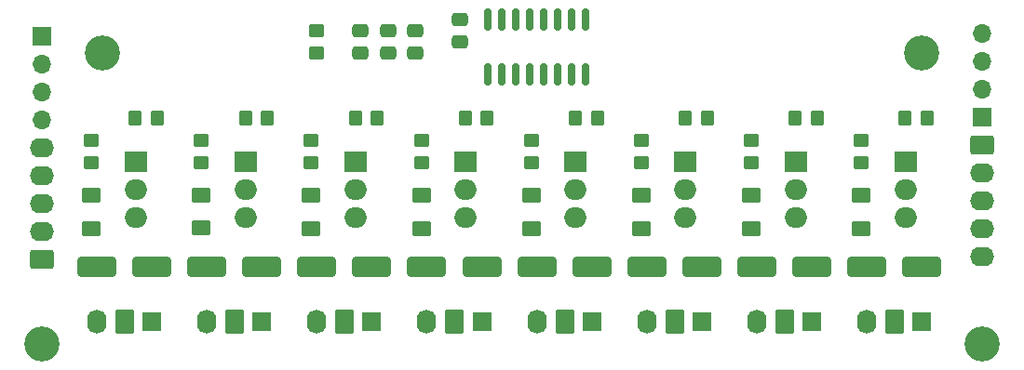
<source format=gts>
G04 #@! TF.GenerationSoftware,KiCad,Pcbnew,7.0.1*
G04 #@! TF.CreationDate,2023-08-26T14:00:20-05:00*
G04 #@! TF.ProjectId,Shift Register Mosfet Array V2,53686966-7420-4526-9567-697374657220,rev?*
G04 #@! TF.SameCoordinates,Original*
G04 #@! TF.FileFunction,Soldermask,Top*
G04 #@! TF.FilePolarity,Negative*
%FSLAX46Y46*%
G04 Gerber Fmt 4.6, Leading zero omitted, Abs format (unit mm)*
G04 Created by KiCad (PCBNEW 7.0.1) date 2023-08-26 14:00:20*
%MOMM*%
%LPD*%
G01*
G04 APERTURE LIST*
G04 Aperture macros list*
%AMRoundRect*
0 Rectangle with rounded corners*
0 $1 Rounding radius*
0 $2 $3 $4 $5 $6 $7 $8 $9 X,Y pos of 4 corners*
0 Add a 4 corners polygon primitive as box body*
4,1,4,$2,$3,$4,$5,$6,$7,$8,$9,$2,$3,0*
0 Add four circle primitives for the rounded corners*
1,1,$1+$1,$2,$3*
1,1,$1+$1,$4,$5*
1,1,$1+$1,$6,$7*
1,1,$1+$1,$8,$9*
0 Add four rect primitives between the rounded corners*
20,1,$1+$1,$2,$3,$4,$5,0*
20,1,$1+$1,$4,$5,$6,$7,0*
20,1,$1+$1,$6,$7,$8,$9,0*
20,1,$1+$1,$8,$9,$2,$3,0*%
G04 Aperture macros list end*
%ADD10RoundRect,0.250000X-0.450000X0.350000X-0.450000X-0.350000X0.450000X-0.350000X0.450000X0.350000X0*%
%ADD11O,1.700000X1.700000*%
%ADD12R,1.700000X1.700000*%
%ADD13RoundRect,0.250000X-0.845000X0.620000X-0.845000X-0.620000X0.845000X-0.620000X0.845000X0.620000X0*%
%ADD14O,2.190000X1.740000*%
%ADD15RoundRect,0.250000X0.620000X0.845000X-0.620000X0.845000X-0.620000X-0.845000X0.620000X-0.845000X0*%
%ADD16O,1.740000X2.190000*%
%ADD17RoundRect,0.250000X0.350000X0.450000X-0.350000X0.450000X-0.350000X-0.450000X0.350000X-0.450000X0*%
%ADD18R,2.000000X1.905000*%
%ADD19O,2.000000X1.905000*%
%ADD20RoundRect,0.250000X-0.475000X0.337500X-0.475000X-0.337500X0.475000X-0.337500X0.475000X0.337500X0*%
%ADD21RoundRect,0.250000X1.500000X0.650000X-1.500000X0.650000X-1.500000X-0.650000X1.500000X-0.650000X0*%
%ADD22C,3.200000*%
%ADD23RoundRect,0.250000X0.845000X-0.620000X0.845000X0.620000X-0.845000X0.620000X-0.845000X-0.620000X0*%
%ADD24RoundRect,0.250001X0.624999X-0.462499X0.624999X0.462499X-0.624999X0.462499X-0.624999X-0.462499X0*%
%ADD25RoundRect,0.150000X0.150000X-0.825000X0.150000X0.825000X-0.150000X0.825000X-0.150000X-0.825000X0*%
G04 APERTURE END LIST*
D10*
X93500000Y-90500000D03*
X93500000Y-88500000D03*
D11*
X154000000Y-88760000D03*
X154000000Y-91300000D03*
X154000000Y-93840000D03*
D12*
X154000000Y-96380000D03*
D10*
X83000000Y-98500000D03*
X83000000Y-100500000D03*
D13*
X154000000Y-98920000D03*
D14*
X154000000Y-101460000D03*
X154000000Y-104000000D03*
X154000000Y-106540000D03*
X154000000Y-109080000D03*
D15*
X146040000Y-115000000D03*
D16*
X143500000Y-115000000D03*
D10*
X143000000Y-98500000D03*
X143000000Y-100500000D03*
D17*
X139000000Y-96500000D03*
X137000000Y-96500000D03*
D18*
X107055000Y-100420000D03*
D19*
X107055000Y-102960000D03*
X107055000Y-105500000D03*
D18*
X117000000Y-100460000D03*
D19*
X117000000Y-103000000D03*
X117000000Y-105540000D03*
D12*
X128500000Y-115000000D03*
D17*
X149000000Y-96500000D03*
X147000000Y-96500000D03*
D20*
X99970000Y-88477496D03*
X99970000Y-90552496D03*
D17*
X79000000Y-96500000D03*
X77000000Y-96500000D03*
D18*
X87055000Y-100460000D03*
D19*
X87055000Y-103000000D03*
X87055000Y-105540000D03*
D10*
X133000000Y-98500000D03*
X133000000Y-100500000D03*
D21*
X88500000Y-110000000D03*
X83500000Y-110000000D03*
D20*
X102470000Y-88477496D03*
X102470000Y-90552496D03*
D18*
X127000000Y-100420000D03*
D19*
X127000000Y-102960000D03*
X127000000Y-105500000D03*
D21*
X78500000Y-110000000D03*
X73500000Y-110000000D03*
D15*
X136040000Y-115000000D03*
D16*
X133500000Y-115000000D03*
D12*
X148500000Y-115000000D03*
D22*
X68500000Y-117000000D03*
D12*
X88500000Y-115000000D03*
D23*
X68520000Y-109310000D03*
D14*
X68520000Y-106770000D03*
X68520000Y-104230000D03*
X68520000Y-101690000D03*
X68520000Y-99150000D03*
D15*
X116040000Y-115000000D03*
D16*
X113500000Y-115000000D03*
D12*
X78500000Y-115000000D03*
D17*
X89000000Y-96500000D03*
X87000000Y-96500000D03*
X109000000Y-96500000D03*
X107000000Y-96500000D03*
D21*
X148500000Y-110000000D03*
X143500000Y-110000000D03*
D24*
X143000000Y-106500000D03*
X143000000Y-103525000D03*
X103000000Y-106500000D03*
X103000000Y-103525000D03*
D15*
X76040000Y-115000000D03*
D16*
X73500000Y-115000000D03*
D24*
X123000000Y-106500000D03*
X123000000Y-103525000D03*
D18*
X147055000Y-100460000D03*
D19*
X147055000Y-103000000D03*
X147055000Y-105540000D03*
D21*
X128500000Y-110000000D03*
X123500000Y-110000000D03*
X118500000Y-110000000D03*
X113500000Y-110000000D03*
D12*
X108500000Y-115000000D03*
D15*
X126040000Y-115000000D03*
D16*
X123500000Y-115000000D03*
D12*
X118500000Y-115000000D03*
D21*
X138500000Y-110000000D03*
X133500000Y-110000000D03*
D24*
X113000000Y-106500000D03*
X113000000Y-103525000D03*
D21*
X108500000Y-110000000D03*
X103500000Y-110000000D03*
D24*
X83000000Y-106475000D03*
X83000000Y-103500000D03*
D22*
X154000000Y-117000000D03*
D10*
X93000000Y-98500000D03*
X93000000Y-100500000D03*
D18*
X137055000Y-100460000D03*
D19*
X137055000Y-103000000D03*
X137055000Y-105540000D03*
D10*
X113000000Y-98500000D03*
X113000000Y-100500000D03*
D15*
X106040000Y-115000000D03*
D16*
X103500000Y-115000000D03*
D18*
X97055000Y-100420000D03*
D19*
X97055000Y-102960000D03*
X97055000Y-105500000D03*
D17*
X129000000Y-96500000D03*
X127000000Y-96500000D03*
D15*
X86040000Y-115000000D03*
D16*
X83500000Y-115000000D03*
D10*
X73000000Y-98500000D03*
X73000000Y-100500000D03*
D17*
X99000000Y-96500000D03*
X97000000Y-96500000D03*
D24*
X133000000Y-106500000D03*
X133000000Y-103525000D03*
D21*
X98500000Y-110000000D03*
X93500000Y-110000000D03*
D22*
X74000000Y-90500000D03*
D10*
X103000000Y-98500000D03*
X103000000Y-100500000D03*
D12*
X138500000Y-115000000D03*
D25*
X109055000Y-92450000D03*
X110325000Y-92450000D03*
X111595000Y-92450000D03*
X112865000Y-92450000D03*
X114135000Y-92450000D03*
X115405000Y-92450000D03*
X116675000Y-92450000D03*
X117945000Y-92450000D03*
X117945000Y-87500000D03*
X116675000Y-87500000D03*
X115405000Y-87500000D03*
X114135000Y-87500000D03*
X112865000Y-87500000D03*
X111595000Y-87500000D03*
X110325000Y-87500000D03*
X109055000Y-87500000D03*
D18*
X77055000Y-100420000D03*
D19*
X77055000Y-102960000D03*
X77055000Y-105500000D03*
D24*
X73000000Y-106500000D03*
X73000000Y-103525000D03*
D22*
X148500000Y-90500000D03*
D17*
X119000000Y-96500000D03*
X117000000Y-96500000D03*
D20*
X97460000Y-88477496D03*
X97460000Y-90552496D03*
D15*
X96040000Y-115000000D03*
D16*
X93500000Y-115000000D03*
D24*
X93000000Y-106500000D03*
X93000000Y-103525000D03*
D20*
X106500000Y-87462500D03*
X106500000Y-89537500D03*
D12*
X98500000Y-115000000D03*
D10*
X123000000Y-98500000D03*
X123000000Y-100500000D03*
D12*
X68520000Y-88990000D03*
D11*
X68520000Y-91530000D03*
X68520000Y-94070000D03*
X68520000Y-96610000D03*
M02*

</source>
